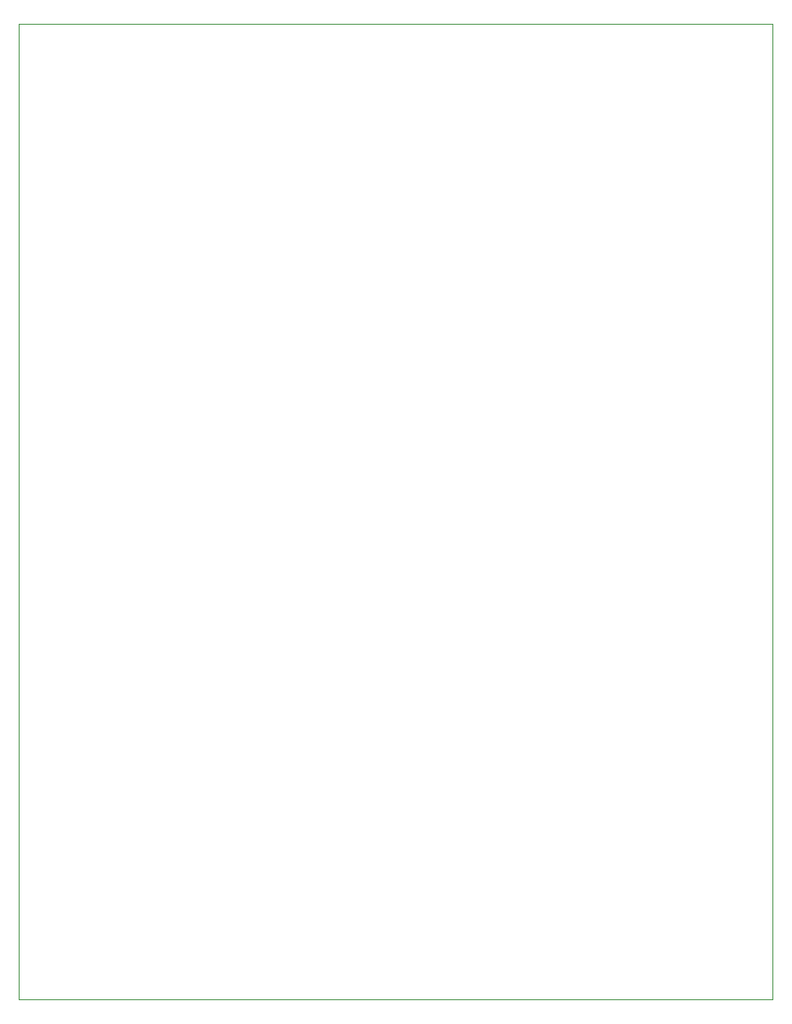
<source format=gbr>
%TF.GenerationSoftware,KiCad,Pcbnew,8.0.2-1*%
%TF.CreationDate,2024-05-28T09:05:20+02:00*%
%TF.ProjectId,Antenna Rotator,416e7465-6e6e-4612-9052-6f7461746f72,rev?*%
%TF.SameCoordinates,Original*%
%TF.FileFunction,Profile,NP*%
%FSLAX46Y46*%
G04 Gerber Fmt 4.6, Leading zero omitted, Abs format (unit mm)*
G04 Created by KiCad (PCBNEW 8.0.2-1) date 2024-05-28 09:05:20*
%MOMM*%
%LPD*%
G01*
G04 APERTURE LIST*
%TA.AperFunction,Profile*%
%ADD10C,0.050000*%
%TD*%
G04 APERTURE END LIST*
D10*
X145000000Y-32995000D02*
X220000000Y-32995000D01*
X220000000Y-130000000D01*
X145000000Y-130000000D01*
X145000000Y-32995000D01*
M02*

</source>
